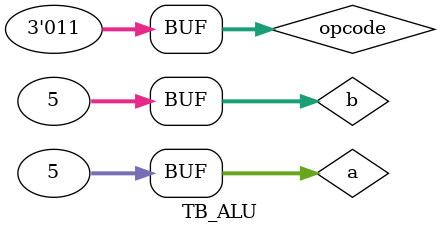
<source format=sv>
module TB_ALU;
		localparam N = 32;
			logic [N-1:0] result;
			logic [2:0] opcode;
			logic [N-1:0] a;
			logic [N-1:0] b;
			logic [1:0] ALUFlags;
			
			alu #(.N(N)) alu_unit (
					.opcode_i(opcode),
					.a_i(a),
					.b_i(b),
					.result_o(result),
					.ALUFlags(ALUFlags)
			);
			
			initial begin
					// ADD
					opcode = 3'b000;
					a = 32'd1;
					b = 32'd10;
					#10;
					// SUB
					opcode = 3'b001;
					a = 32'd10;
					b = 32'd5;
					#10;
					// CR
					opcode = 3'b010;
					a = 32'd11;
					b = 32'd11;
					#10;
					// MUL
					opcode = 3'b011;
					a = 32'd5;
					b = 32'd5;
					#10;
			end
endmodule

</source>
